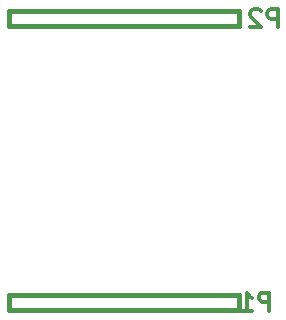
<source format=gbo>
G04 (created by PCBNEW-RS274X (2011-aug-04)-testing) date Mon 11 Feb 2013 10:39:23 AM PST*
G01*
G70*
G90*
%MOIN*%
G04 Gerber Fmt 3.4, Leading zero omitted, Abs format*
%FSLAX34Y34*%
G04 APERTURE LIST*
%ADD10C,0.006000*%
%ADD11C,0.015000*%
%ADD12C,0.012000*%
G04 APERTURE END LIST*
G54D10*
G54D11*
X22449Y-21625D02*
X22449Y-21825D01*
X22449Y-21825D02*
X30049Y-21825D01*
X30049Y-21825D02*
X30099Y-21825D01*
X30099Y-21825D02*
X30099Y-21325D01*
X30099Y-21325D02*
X22449Y-21325D01*
X22449Y-21325D02*
X22449Y-21575D01*
X22449Y-21575D02*
X22449Y-21725D01*
X22449Y-31074D02*
X22449Y-31274D01*
X22449Y-31274D02*
X30049Y-31274D01*
X30049Y-31274D02*
X30099Y-31274D01*
X30099Y-31274D02*
X30099Y-30774D01*
X30099Y-30774D02*
X22449Y-30774D01*
X22449Y-30774D02*
X22449Y-31024D01*
X22449Y-31024D02*
X22449Y-31174D01*
G54D12*
X31402Y-21863D02*
X31402Y-21263D01*
X31174Y-21263D01*
X31116Y-21291D01*
X31088Y-21320D01*
X31059Y-21377D01*
X31059Y-21463D01*
X31088Y-21520D01*
X31116Y-21549D01*
X31174Y-21577D01*
X31402Y-21577D01*
X30831Y-21320D02*
X30802Y-21291D01*
X30745Y-21263D01*
X30602Y-21263D01*
X30545Y-21291D01*
X30516Y-21320D01*
X30488Y-21377D01*
X30488Y-21434D01*
X30516Y-21520D01*
X30859Y-21863D01*
X30488Y-21863D01*
X31122Y-31303D02*
X31122Y-30703D01*
X30894Y-30703D01*
X30836Y-30731D01*
X30808Y-30760D01*
X30779Y-30817D01*
X30779Y-30903D01*
X30808Y-30960D01*
X30836Y-30989D01*
X30894Y-31017D01*
X31122Y-31017D01*
X30208Y-31303D02*
X30551Y-31303D01*
X30379Y-31303D02*
X30379Y-30703D01*
X30436Y-30789D01*
X30494Y-30846D01*
X30551Y-30874D01*
M02*

</source>
